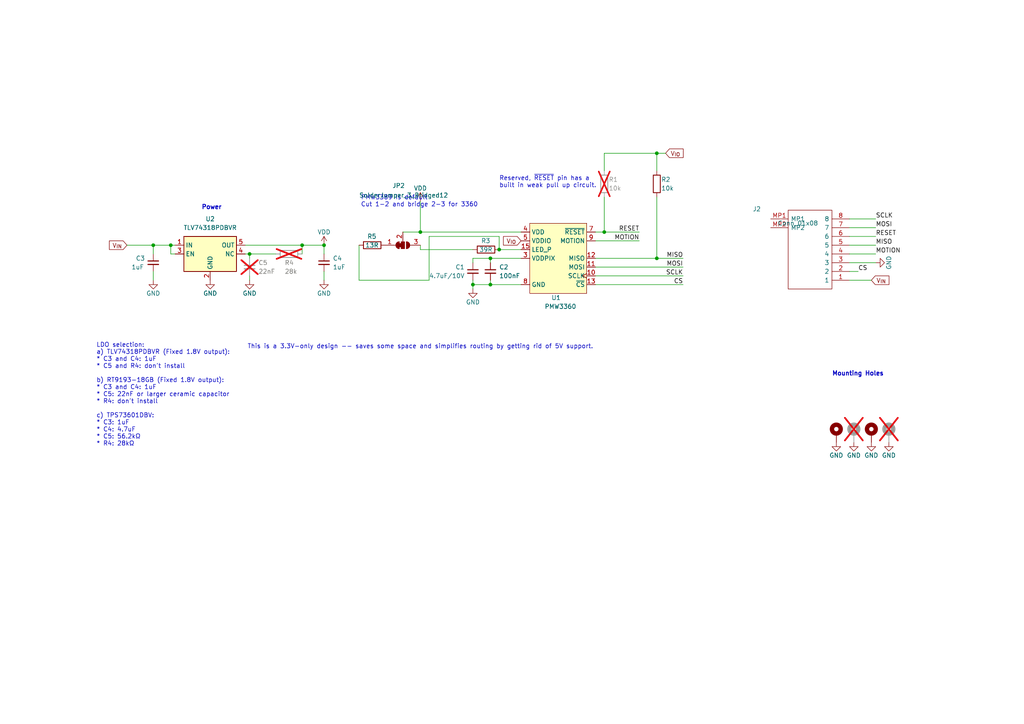
<source format=kicad_sch>
(kicad_sch (version 20231120) (generator "eeschema") (generator_version "8.0")
  (paper "A4")
  (title_block (title "sval_asym_PMW33XX") (date "2024-04-20") (rev "0.2") (company "Svalboard - adapted from SideraKB") (comment 1 "Open Source Hardware, CERN-OHL-P v2") (comment 2 "PMW3360/3389DM-T2QU optical mouse sensor breakout board") (comment 3 "FFC/FPC Connector"))
  (lib_symbols
    (symbol "Device:C_Small" (pin_numbers hide) (pin_names (offset 0.254) hide)
      (property "Reference" "C" (at 0.254 1.778 0))
      (property "Value" "C_Small" (at 0.254 -2.032 0))
      (symbol "C_Small_0_1"
        (polyline (pts (xy -1.524 -0.508) (xy 1.524 -0.508)) (stroke (width 0.3302)))
        (polyline (pts (xy -1.524 0.508) (xy 1.524 0.508)) (stroke (width 0.3048)))
      )
      (symbol "C_Small_1_1"
        (pin passive line (at 0 2.54 270) (length 2.032) (name "~") (number "1"))
        (pin passive line (at 0 -2.54 90) (length 2.032) (name "~") (number "2"))
      )
    )
    (symbol "Device:R" (pin_numbers hide) (pin_names (offset 0))
      (property "Reference" "R" (at 2.032 0 90))
      (property "Value" "R" (at 0 0 90))
      (symbol "R_0_1"
        (rectangle (start -1.016 -2.54) (end 1.016 2.54) (stroke (width 0.254)))
      )
      (symbol "R_1_1"
        (pin passive line (at 0 3.81 270) (length 1.27) (name "~") (number "1"))
        (pin passive line (at 0 -3.81 90) (length 1.27) (name "~") (number "2"))
      )
    )
    (symbol "Jumper:SolderJumper_3_Bridged12" (pin_names (offset 0) hide) (exclude_from_sim yes) (in_bom no)
      (property "Reference" "JP" (at -2.54 -2.54 0))
      (property "Value" "SolderJumper_3_Bridged12" (at 0 2.794 0))
      (symbol "SolderJumper_3_Bridged12_0_1"
        (rectangle (start -1.016 0.508) (end -0.508 -0.508) (fill (type outline)))
        (arc (start -1.016 1.016) (mid -2.0276 0) (end -1.016 -1.016))
        (arc (start -1.016 1.016) (mid -2.0276 0) (end -1.016 -1.016) (fill (type outline)))
        (rectangle (start -0.508 1.016) (end 0.508 -1.016) (fill (type outline)))
        (polyline (pts (xy -2.54 0) (xy -2.032 0)))
        (polyline (pts (xy -1.016 1.016) (xy -1.016 -1.016)))
        (polyline (pts (xy 0 -1.27) (xy 0 -1.016)))
        (polyline (pts (xy 1.016 1.016) (xy 1.016 -1.016)))
        (polyline (pts (xy 2.54 0) (xy 2.032 0)))
        (arc (start 1.016 -1.016) (mid 2.0276 0) (end 1.016 1.016))
        (arc (start 1.016 -1.016) (mid 2.0276 0) (end 1.016 1.016) (fill (type outline)))
      )
      (symbol "SolderJumper_3_Bridged12_1_1"
        (pin passive line (at -5.08 0 0) (length 2.54) (name "A") (number "1"))
        (pin passive line (at 0 -3.81 90) (length 2.54) (name "C") (number "2"))
        (pin passive line (at 5.08 0 180) (length 2.54) (name "B") (number "3"))
      )
    )
    (symbol "Mechanical:MountingHole_Pad" (pin_numbers hide) (pin_names (offset 1.016) hide)
      (property "Reference" "H" (at 0 6.35 0))
      (property "Value" "MountingHole_Pad" (at 0 4.445 0))
      (symbol "MountingHole_Pad_0_1"
        (circle (center 0 1.27) (radius 1.27) (stroke (width 1.27)))
      )
      (symbol "MountingHole_Pad_1_1"
        (pin input line (at 0 -2.54 90) (length 2.54) (name "1") (number "1"))
      )
    )
    (symbol "PMW3360_PCB:PMW3360DM-T2QU"
      (property "Reference" "U?" (at -6.35 -13.97 0))
      (property "Value" "PMW3360DM-T2QU" (at 1.27 -11.43 0))
      (symbol "PMW3360DM-T2QU_0_1"
        (rectangle (start -7.62 10.16) (end 8.89 -10.16) (fill (type background)))
      )
      (symbol "PMW3360DM-T2QU_1_1"
        (pin no_connect line (at -1.27 13.97 180) (length 2.54) hide (name "NC") (number "1"))
        (pin input clock (at 11.43 -5.08 180) (length 2.54) (name "SCLK") (number "10"))
        (pin input line (at 11.43 -2.54 180) (length 2.54) (name "MOSI") (number "11"))
        (pin output line (at 11.43 0 180) (length 2.54) (name "MISO") (number "12"))
        (pin input line (at 11.43 -7.62 180) (length 2.54) (name "~{CS}") (number "13"))
        (pin no_connect inverted (at -1.27 19.05 180) (length 2.54) hide (name "NC") (number "14"))
        (pin power_in line (at -10.16 2.54 0) (length 2.54) (name "LED_P") (number "15"))
        (pin no_connect line (at -1.27 21.59 180) (length 2.54) hide (name "NC") (number "16"))
        (pin no_connect line (at -1.27 16.51 180) (length 2.54) hide (name "NC") (number "2"))
        (pin power_out line (at -10.16 0 0) (length 2.54) (name "VDDPIX") (number "3"))
        (pin power_in line (at -10.16 7.62 0) (length 2.54) (name "VDD") (number "4"))
        (pin power_in line (at -10.16 5.08 0) (length 2.54) (name "VDDIO") (number "5"))
        (pin no_connect line (at -1.27 11.43 180) (length 2.54) hide (name "NC") (number "6"))
        (pin input line (at 11.43 7.62 180) (length 2.54) (name "~{RESET}") (number "7"))
        (pin power_in line (at -10.16 -7.62 0) (length 2.54) (name "GND") (number "8"))
        (pin output line (at 11.43 5.08 180) (length 2.54) (name "MOTION") (number "9"))
      )
    )
    (symbol "PMW3360_PCB:TLV74318PDBVR"
      (property "Reference" "U" (at 0 8.89 0))
      (property "Value" "TLV74318PDBVR" (at 0 6.35 0))
      (symbol "TLV74318PDBVR_0_1"
        (rectangle (start -7.62 5.08) (end 7.62 -5.08) (stroke (width 0.254)) (fill (type background)))
      )
      (symbol "TLV74318PDBVR_1_1"
        (pin power_in line (at -10.16 2.54 0) (length 2.54) (name "IN") (number "1"))
        (pin power_in line (at 0 -7.62 90) (length 2.54) (name "GND") (number "2"))
        (pin input line (at -10.16 0 0) (length 2.54) (name "EN") (number "3"))
        (pin output line (at 10.16 0 180) (length 2.54) (name "NC") (number "4"))
        (pin power_out line (at 10.16 2.54 180) (length 2.54) (name "OUT") (number "5"))
      )
    )
    (symbol "lalboard:FH34SRJ-8S-0.5SH_50_" (pin_names (offset 0.762))
      (property "Reference" "J" (at 19.05 7.62 0))
      (property "Value" "FH34SRJ-8S-0.5SH_50_" (at 19.05 5.08 0))
      (symbol "FH34SRJ-8S-0.5SH_50__0_0"
        (pin passive line (at 22.86 -17.78 180) (length 5.08) (name "1") (number "1"))
        (pin passive line (at 22.86 -15.24 180) (length 5.08) (name "2") (number "2"))
        (pin passive line (at 22.86 -12.7 180) (length 5.08) (name "3") (number "3"))
        (pin passive line (at 22.86 -10.16 180) (length 5.08) (name "4") (number "4"))
        (pin passive line (at 22.86 -7.62 180) (length 5.08) (name "5") (number "5"))
        (pin passive line (at 22.86 -5.08 180) (length 5.08) (name "6") (number "6"))
        (pin passive line (at 22.86 -2.54 180) (length 5.08) (name "7") (number "7"))
        (pin passive line (at 22.86 0 180) (length 5.08) (name "8") (number "8"))
        (pin passive line (at 0 0 0) (length 5.08) (name "MP1") (number "MP1"))
        (pin passive line (at 0 -2.54 0) (length 5.08) (name "MP2") (number "MP2"))
      )
      (symbol "FH34SRJ-8S-0.5SH_50__0_1"
        (polyline (pts (xy 5.08 2.54) (xy 17.78 2.54) (xy 17.78 -20.32) (xy 5.08 -20.32) (xy 5.08 2.54)) (stroke (width 0.1524)))
      )
    )
    (symbol "power:GND" (power) (pin_names (offset 0))
      (property "Value" "GND" (at 0 -3.81 0))
      (symbol "GND_0_1"
        (polyline (pts (xy 0 0) (xy 0 -1.27) (xy 1.27 -1.27) (xy 0 -2.54) (xy -1.27 -1.27) (xy 0 -1.27)))
      )
      (symbol "GND_1_1"
        (pin power_in line (at 0 0 270) (length 0) hide (name "GND") (number "1"))
      )
    )
    (symbol "power:VDD" (power) (pin_names (offset 0))
      (property "Value" "VDD" (at 0 3.81 0))
      (symbol "VDD_0_1"
        (polyline (pts (xy -0.762 1.27) (xy 0 2.54)))
        (polyline (pts (xy 0 0) (xy 0 2.54)))
        (polyline (pts (xy 0 2.54) (xy 0.762 1.27)))
      )
      (symbol "VDD_1_1"
        (pin power_in line (at 0 0 90) (length 0) hide (name "VDD") (number "1"))
      )
    )
  )
  (junction (at 49.53 71.12))
  (junction (at 44.45 71.12))
  (junction (at 87.63 71.12))
  (junction (at 144.78 72.39))
  (junction (at 93.98 71.12))
  (junction (at 137.16 82.55))
  (junction (at 142.24 74.93))
  (junction (at 142.24 82.55))
  (junction (at 190.5 74.93))
  (junction (at 72.39 73.66))
  (junction (at 121.92 67.31))
  (junction (at 175.26 67.31))
  (junction (at 190.5 44.45))
  (wire (pts (xy 190.5 57.15) (xy 190.5 74.93)))
  (wire (pts (xy 142.24 76.2) (xy 142.24 74.93)))
  (wire (pts (xy 190.5 74.93) (xy 198.12 74.93)))
  (wire (pts (xy 254 76.2) (xy 246.38 76.2)))
  (wire (pts (xy 172.72 82.55) (xy 198.12 82.55)))
  (wire (pts (xy 44.45 71.12) (xy 49.53 71.12)))
  (wire (pts (xy 254 68.58) (xy 246.38 68.58)))
  (wire (pts (xy 71.12 73.66) (xy 72.39 73.66)))
  (wire (pts (xy 248.92 78.74) (xy 246.38 78.74)))
  (wire (pts (xy 175.26 57.15) (xy 175.26 67.31)))
  (wire (pts (xy 87.63 71.12) (xy 87.63 73.66)))
  (wire (pts (xy 254 63.5) (xy 246.38 63.5)))
  (wire (pts (xy 175.26 67.31) (xy 185.42 67.31)))
  (wire (pts (xy 104.14 81.28) (xy 104.14 71.12)))
  (wire (pts (xy 142.24 74.93) (xy 151.13 74.93)))
  (wire (pts (xy 190.5 44.45) (xy 190.5 49.53)))
  (wire (pts (xy 172.72 77.47) (xy 198.12 77.47)))
  (wire (pts (xy 121.92 71.12) (xy 121.92 72.39)))
  (wire (pts (xy 124.46 68.58) (xy 124.46 81.28)))
  (wire (pts (xy 137.16 74.93) (xy 142.24 74.93)))
  (wire (pts (xy 72.39 73.66) (xy 72.39 74.93)))
  (wire (pts (xy 36.83 71.12) (xy 44.45 71.12)))
  (wire (pts (xy 172.72 74.93) (xy 190.5 74.93)))
  (wire (pts (xy 87.63 71.12) (xy 93.98 71.12)))
  (wire (pts (xy 172.72 69.85) (xy 185.42 69.85)))
  (wire (pts (xy 254 71.12) (xy 246.38 71.12)))
  (wire (pts (xy 144.78 72.39) (xy 151.13 72.39)))
  (wire (pts (xy 175.26 44.45) (xy 175.26 49.53)))
  (wire (pts (xy 193.04 44.45) (xy 190.5 44.45)))
  (wire (pts (xy 142.24 82.55) (xy 151.13 82.55)))
  (wire (pts (xy 121.92 72.39) (xy 137.16 72.39)))
  (wire (pts (xy 254 73.66) (xy 246.38 73.66)))
  (wire (pts (xy 172.72 80.01) (xy 198.12 80.01)))
  (wire (pts (xy 50.8 73.66) (xy 49.53 73.66)))
  (wire (pts (xy 44.45 73.66) (xy 44.45 71.12)))
  (wire (pts (xy 93.98 73.66) (xy 93.98 71.12)))
  (wire (pts (xy 252.73 81.28) (xy 246.38 81.28)))
  (wire (pts (xy 72.39 80.01) (xy 72.39 81.28)))
  (wire (pts (xy 144.78 68.58) (xy 124.46 68.58)))
  (wire (pts (xy 121.92 67.31) (xy 151.13 67.31)))
  (wire (pts (xy 137.16 82.55) (xy 142.24 82.55)))
  (wire (pts (xy 142.24 81.28) (xy 142.24 82.55)))
  (wire (pts (xy 144.78 72.39) (xy 144.78 68.58)))
  (wire (pts (xy 254 66.04) (xy 246.38 66.04)))
  (wire (pts (xy 137.16 82.55) (xy 137.16 81.28)))
  (wire (pts (xy 116.84 67.31) (xy 121.92 67.31)))
  (wire (pts (xy 137.16 82.55) (xy 137.16 83.82)))
  (wire (pts (xy 172.72 67.31) (xy 175.26 67.31)))
  (wire (pts (xy 72.39 73.66) (xy 80.01 73.66)))
  (wire (pts (xy 49.53 71.12) (xy 50.8 71.12)))
  (wire (pts (xy 44.45 81.28) (xy 44.45 78.74)))
  (wire (pts (xy 93.98 81.28) (xy 93.98 78.74)))
  (wire (pts (xy 137.16 74.93) (xy 137.16 76.2)))
  (wire (pts (xy 49.53 71.12) (xy 49.53 73.66)))
  (wire (pts (xy 175.26 44.45) (xy 190.5 44.45)))
  (wire (pts (xy 71.12 71.12) (xy 87.63 71.12)))
  (wire (pts (xy 124.46 81.28) (xy 104.14 81.28)))
  (wire (pts (xy 121.92 58.42) (xy 121.92 67.31)))
  (text "This is a 3.3V-only design -- saves some space and simplifies routing by getting rid of 5V support." (at 121.92 100.584 0) (effects (font (size 1.27 1.27))))
  (text "Reserved, ~{RESET} pin has a \nbuilt in weak pull up circuit." (at 144.78 54.61 0) (effects (font (size 1.27 1.27)) (justify left bottom)))
  (text "Mounting Holes" (at 241.3 109.22 0) (effects (font (size 1.27 1.27) (thickness 0.254) (bold yes)) (justify left bottom)))
  (text "Power" (at 58.42 60.96 0) (effects (font (size 1.27 1.27) (thickness 0.254) (bold yes)) (justify left bottom)))
  (text "PMW3389 is default\nCut 1-2 and bridge 2-3 for 3360\n\n\n" (at 104.648 64.262 0) (effects (font (size 1.27 1.27)) (justify left bottom)))
  (text "LDO selection:\na) TLV74318PDBVR (Fixed 1.8V output):\n* C3 and C4: 1uF\n* C5 and R4: don't install\n\nb) RT9193-18GB (Fixed 1.8V output):\n* C3 and C4: 1uF\n* C5: 22nF or larger ceramic capacitor\n* R4: don't install\n\nc) TPS73601DBV:\n* C3: 1uF\n* C4: 4.7uF\n* C5: 56.2kΩ\n* R4: 28kΩ" (at 27.94 129.54 0) (effects (font (size 1.27 1.27)) (justify left bottom)))
  (label "MISO" (at 198.12 74.93 180))
  (label "MOTION" (at 254 73.66 0))
  (label "MISO" (at 254 71.12 0))
  (label "RESET" (at 185.42 67.31 180))
  (label "CS" (at 248.92 78.74 0))
  (label "SCLK" (at 254 63.5 0))
  (label "MOSI" (at 198.12 77.47 180))
  (label "SCLK" (at 198.12 80.01 180))
  (label "RESET" (at 254 68.58 0))
  (label "MOSI" (at 254 66.04 0))
  (label "CS" (at 198.12 82.55 180))
  (label "MOTION" (at 185.42 69.85 180))
  (global_label "V_{IN}" (shape input) (at 36.83 71.12 180) (property "Intersheetrefs" "${INTERSHEET_REFS}" (effects (hide yes))))
  (global_label "V_{IO}" (shape input) (at 151.13 69.85 180) (property "Intersheetrefs" "${INTERSHEET_REFS}" (effects (hide yes))))
  (global_label "V_{IN}" (shape input) (at 252.73 81.28 0) (property "Intersheetrefs" "${INTERSHEET_REFS}" (effects (hide yes))))
  (global_label "V_{IO}" (shape input) (at 193.04 44.45 0) (property "Intersheetrefs" "${INTERSHEET_REFS}" (effects (hide yes))))
  (symbol (lib_id "power:GND") (at 257.81 128.27 0) (unit 1)
    (property "Reference" "#PWR09" (effects (hide yes)))
    (property "Value" "GND" (at 257.81 132.08 0))
  )
  (symbol (lib_id "Jumper:SolderJumper_3_Bridged12") (at 116.84 71.12 0) (mirror x) (unit 1) (exclude_from_sim yes) (in_bom no)
    (property "Reference" "JP2" (at 113.792 53.848 0) (effects (justify left)))
    (property "Value" "SolderJumper_3_Bridged12" (at 104.14 56.642 0) (effects (justify left)))
    (property "Footprint" "Jumper:SolderJumper-3_P1.3mm_Bridged12_RoundedPad1.0x1.5mm_NumberLabels" (effects (hide yes)))
    (property "Description" "3-pole Solder Jumper, pins 1+2 closed/bridged" (effects (hide yes)))
  )
  (symbol (lib_id "Device:R") (at 190.5 53.34 0) (unit 1)
    (property "Reference" "R2" (at 191.77 52.07 0) (effects (justify left)))
    (property "Value" "10k" (at 191.77 54.61 0) (effects (justify left)))
    (property "Footprint" "Capacitor_SMD:C_0402_1005Metric" (effects (hide yes)))
  )
  (symbol (lib_id "Mechanical:MountingHole_Pad") (at 247.65 125.73 0) (unit 1) (in_bom no) (on_board no) (dnp yes)
    (property "Reference" "H2" (effects (hide yes)))
    (property "Value" "MountingHole_Pad" (effects (hide yes)))
    (property "Footprint" "MountingHole:MountingHole_2.1mm" (effects (hide yes)))
  )
  (symbol (lib_id "Device:R") (at 107.95 71.12 90) (unit 1)
    (property "Reference" "R5" (at 109.22 68.58 90) (effects (justify left)))
    (property "Value" "13R" (at 109.855 71.12 90) (effects (justify left)))
    (property "Footprint" "Capacitor_SMD:C_0402_1005Metric" (effects (hide yes)))
  )
  (symbol (lib_id "Mechanical:MountingHole_Pad") (at 242.57 125.73 0) (unit 1) (in_bom no)
    (property "Reference" "H1" (effects (hide yes)))
    (property "Value" "MountingHole_Pad" (effects (hide yes)))
    (property "Footprint" "MountingHole:MountingHole_2.1mm" (effects (hide yes)))
  )
  (symbol (lib_id "Device:R") (at 175.26 53.34 0) (unit 1) (dnp yes)
    (property "Reference" "R1" (at 176.53 52.07 0) (effects (justify left)))
    (property "Value" "10k" (at 176.53 54.61 0) (effects (justify left)))
    (property "Footprint" "Resistor_SMD:R_0402_1005Metric" (effects (hide yes)))
  )
  (symbol (lib_id "power:GND") (at 60.96 81.28 0) (unit 1)
    (property "Reference" "#PWR013" (effects (hide yes)))
    (property "Value" "GND" (at 60.96 85.09 0))
  )
  (symbol (lib_id "Device:C_Small") (at 93.98 76.2 0) (unit 1)
    (property "Reference" "C4" (at 96.52 74.9363 0) (effects (justify left)))
    (property "Value" "1uF" (at 96.52 77.4763 0) (effects (justify left)))
    (property "Footprint" "Capacitor_SMD:C_0402_1005Metric" (effects (hide yes)))
  )
  (symbol (lib_id "power:GND") (at 252.73 128.27 0) (unit 1)
    (property "Reference" "#PWR08" (effects (hide yes)))
    (property "Value" "GND" (at 252.73 132.08 0))
  )
  (symbol (lib_id "PMW3360_PCB:PMW3360DM-T2QU") (at 161.29 74.93 0) (unit 1)
    (property "Reference" "U1" (at 161.29 86.36 0))
    (property "Value" "PMW3360" (at 162.56 88.9 0))
    (property "Footprint" "PMW3360_PCB:PMW3360DM-T2QU 16Pin" (effects (hide yes)))
    (property "Datasheet" "https://www.pixart.com/products-detail/tw/10/PMW3360DM-T2QU" (effects (hide yes)))
  )
  (symbol (lib_id "Mechanical:MountingHole_Pad") (at 257.81 125.73 0) (unit 1) (in_bom no) (on_board no) (dnp yes)
    (property "Reference" "H4" (effects (hide yes)))
    (property "Value" "MountingHole_Pad" (effects (hide yes)))
    (property "Footprint" "MountingHole:MountingHole_2.1mm" (effects (hide yes)))
  )
  (symbol (lib_id "power:GND") (at 242.57 128.27 0) (unit 1)
    (property "Reference" "#PWR06" (effects (hide yes)))
    (property "Value" "GND" (at 242.57 132.08 0))
  )
  (symbol (lib_id "power:GND") (at 247.65 128.27 0) (unit 1)
    (property "Reference" "#PWR07" (effects (hide yes)))
    (property "Value" "GND" (at 247.65 132.08 0))
  )
  (symbol (lib_id "Device:C_Small") (at 44.45 76.2 0) (unit 1)
    (property "Reference" "C3" (at 39.37 74.93 0) (effects (justify left)))
    (property "Value" "1uF" (at 38.1 77.47 0) (effects (justify left)))
    (property "Footprint" "Capacitor_SMD:C_0402_1005Metric" (effects (hide yes)))
  )
  (symbol (lib_id "power:GND") (at 254 76.2 90) (mirror x) (unit 1)
    (property "Reference" "#PWR04" (effects (hide yes)))
    (property "Value" "GND" (at 257.81 76.2 0))
  )
  (symbol (lib_id "Device:C_Small") (at 142.24 78.74 0) (unit 1)
    (property "Reference" "C2" (at 144.78 77.47 0) (effects (justify left)))
    (property "Value" "100nF" (at 144.78 80.01 0) (effects (justify left)))
    (property "Footprint" "Capacitor_SMD:C_0402_1005Metric" (effects (hide yes)))
  )
  (symbol (lib_id "Device:R") (at 83.82 73.66 270) (unit 1) (dnp yes)
    (property "Reference" "R4" (at 82.55 76.2 90) (effects (justify left)))
    (property "Value" "28k" (at 82.55 78.74 90) (effects (justify left)))
    (property "Footprint" "Capacitor_SMD:C_0402_1005Metric" (effects (hide yes)))
  )
  (symbol (lib_id "Device:C_Small") (at 137.16 78.74 0) (unit 1)
    (property "Reference" "C1" (at 132.08 77.47 0) (effects (justify left)))
    (property "Value" "4.7uF/10V" (at 124.46 80.01 0) (effects (justify left)))
    (property "Footprint" "Capacitor_SMD:C_0402_1005Metric" (effects (hide yes)))
  )
  (symbol (lib_id "power:GND") (at 93.98 81.28 0) (unit 1)
    (property "Reference" "#PWR015" (effects (hide yes)))
    (property "Value" "GND" (at 93.98 85.09 0))
  )
  (symbol (lib_id "power:GND") (at 137.16 83.82 0) (unit 1)
    (property "Reference" "#PWR05" (effects (hide yes)))
    (property "Value" "GND" (at 137.16 87.63 0))
  )
  (symbol (lib_id "Device:R") (at 140.97 72.39 90) (unit 1)
    (property "Reference" "R3" (at 142.24 69.85 90) (effects (justify left)))
    (property "Value" "39R" (at 142.875 72.39 90) (effects (justify left)))
    (property "Footprint" "Capacitor_SMD:C_0402_1005Metric" (effects (hide yes)))
  )
  (symbol (lib_id "power:VDD") (at 121.92 58.42 0) (unit 1)
    (property "Reference" "#PWR03" (effects (hide yes)))
    (property "Value" "VDD" (at 121.92 54.61 0))
  )
  (symbol (lib_id "Device:C_Small") (at 72.39 77.47 0) (mirror y) (unit 1) (dnp yes)
    (property "Reference" "C5" (at 74.93 76.2 0) (effects (justify right)))
    (property "Value" "22nF" (at 74.93 78.74 0) (effects (justify right)))
    (property "Footprint" "Capacitor_SMD:C_0402_1005Metric" (effects (hide yes)))
    (property "Mfr. #" "CL10B223KB8NNNC" (effects (hide yes)))
  )
  (symbol (lib_id "power:VDD") (at 93.98 71.12 0) (unit 1)
    (property "Reference" "#PWR011" (effects (hide yes)))
    (property "Value" "VDD" (at 93.98 67.31 0))
  )
  (symbol (lib_id "PMW3360_PCB:TLV74318PDBVR") (at 60.96 73.66 0) (unit 1)
    (property "Reference" "U2" (at 60.96 63.5 0))
    (property "Value" "TLV74318PDBVR" (at 60.96 66.04 0))
    (property "Footprint" "Package_TO_SOT_SMD:SOT-23-5" (effects (hide yes)))
    (property "LCSC" "C485152" (effects (hide yes)))
    (property "Mfr. #" "TLV74318PDBVR" (effects (hide yes)))
  )
  (symbol (lib_id "power:GND") (at 44.45 81.28 0) (unit 1)
    (property "Reference" "#PWR012" (effects (hide yes)))
    (property "Value" "GND" (at 44.45 85.09 0))
  )
  (symbol (lib_id "power:GND") (at 72.39 81.28 0) (unit 1)
    (property "Reference" "#PWR014" (effects (hide yes)))
    (property "Value" "GND" (at 72.39 85.09 0))
  )
  (symbol (lib_id "Mechanical:MountingHole_Pad") (at 252.73 125.73 0) (unit 1) (in_bom no)
    (property "Reference" "H3" (effects (hide yes)))
    (property "Value" "MountingHole_Pad" (effects (hide yes)))
    (property "Footprint" "MountingHole:MountingHole_2.1mm" (effects (hide yes)))
  )
  (symbol (lib_id "lalboard:FH34SRJ-8S-0.5SH_50_") (at 223.52 63.5 0) (unit 1)
    (property "Reference" "J2" (at 218.313 60.6298 0) (effects (justify left)))
    (property "Value" "Conn_01x08" (at 225.552 64.7446 0) (effects (justify left)))
    (property "Footprint" "svalboard:FH34SRJ8S05SH50" (effects (hide yes)))
    (property "Datasheet" "https://datasheet.lcsc.com/szlcsc/Hirose-HRS-FH34SRJ-8S-0-5SH-50_C88372.pdf" (effects (hide yes)))
    (property "Description" "FFC & FPC Connectors 8P SMT HORIZ ZIF AU 1MM HGHT .5MM PITCH" (effects (hide yes)))
    (property "Height" "1.1" (effects (hide yes)))
    (property "Manufacturer_Name" "Hirose" (effects (hide yes)))
    (property "Manufacturer_Part_Number" "FH34SRJ-8S-0.5SH(50)" (effects (hide yes)))
    (property "Mouser Part Number" "798-FH34SRJ8S05SH50" (effects (hide yes)))
    (property "Mouser Price/Stock" "https://www.mouser.co.uk/ProductDetail/Hirose-Connector/FH34SRJ-8S-0.5SH50?qs=vnk2wBG9e16kawieRwL2EA%3D%3D" (effects (hide yes)))
    (property "LCSC Part #" "C88372" (effects (hide yes)))
    (property "JLCPCB P/N" "C88372" (effects (hide yes)))
  )
)
</source>
